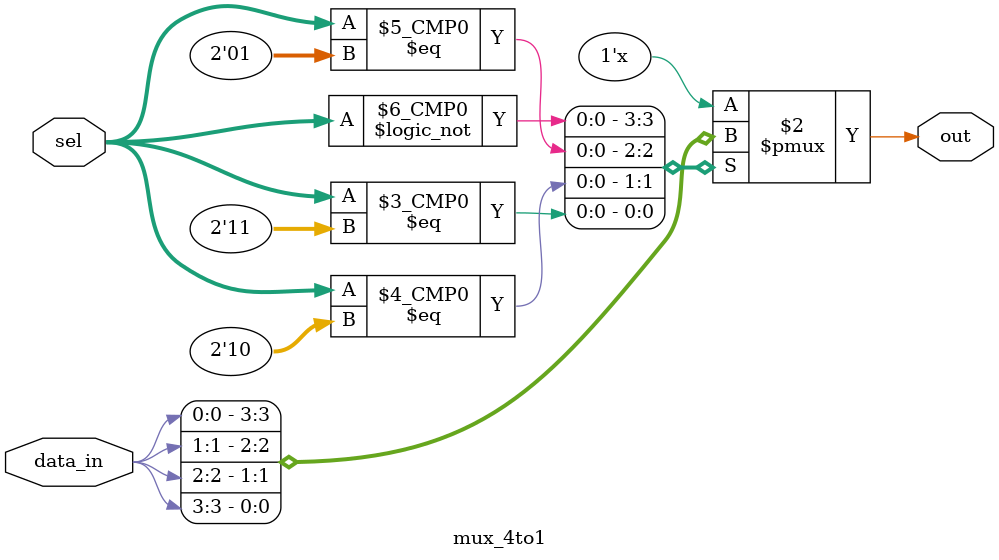
<source format=v>
`timescale 1ns / 1ps


module mux_4to1(
  input wire [3:0] data_in,  // 4-bit input data
  input wire [1:0] sel,      // 2-bit select signal
  output reg out              // Output
);

  always @* begin
    case (sel)
      2'b00: out = data_in[0];
      2'b01: out = data_in[1];
      2'b10: out = data_in[2];
      2'b11: out = data_in[3];
      default: out = 4'bxxxx; // Default case (should not occur)
    endcase
  end

endmodule

</source>
